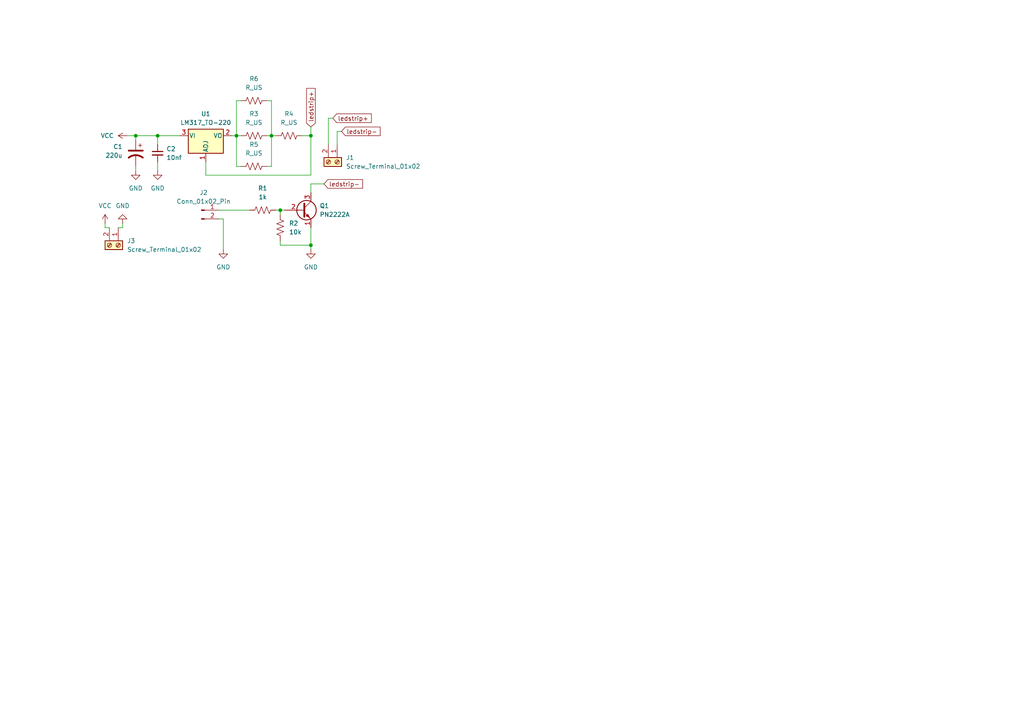
<source format=kicad_sch>
(kicad_sch
	(version 20231120)
	(generator "eeschema")
	(generator_version "8.0")
	(uuid "d902ea88-102d-40a4-974f-6238ad6babcc")
	(paper "A4")
	(title_block
		(title "GrowLightDriver")
		(date "2024-10-02")
		(rev "ver 0.0.0")
		(company "Libre cultivo")
		(comment 1 "Guajolote de Jocotepec")
		(comment 2 "Adrián Silva Palafox")
	)
	(lib_symbols
		(symbol "Connector:Conn_01x02_Pin"
			(pin_names
				(offset 1.016) hide)
			(exclude_from_sim no)
			(in_bom yes)
			(on_board yes)
			(property "Reference" "J"
				(at 0 2.54 0)
				(effects
					(font
						(size 1.27 1.27)
					)
				)
			)
			(property "Value" "Conn_01x02_Pin"
				(at 0 -5.08 0)
				(effects
					(font
						(size 1.27 1.27)
					)
				)
			)
			(property "Footprint" ""
				(at 0 0 0)
				(effects
					(font
						(size 1.27 1.27)
					)
					(hide yes)
				)
			)
			(property "Datasheet" "~"
				(at 0 0 0)
				(effects
					(font
						(size 1.27 1.27)
					)
					(hide yes)
				)
			)
			(property "Description" "Generic connector, single row, 01x02, script generated"
				(at 0 0 0)
				(effects
					(font
						(size 1.27 1.27)
					)
					(hide yes)
				)
			)
			(property "ki_locked" ""
				(at 0 0 0)
				(effects
					(font
						(size 1.27 1.27)
					)
				)
			)
			(property "ki_keywords" "connector"
				(at 0 0 0)
				(effects
					(font
						(size 1.27 1.27)
					)
					(hide yes)
				)
			)
			(property "ki_fp_filters" "Connector*:*_1x??_*"
				(at 0 0 0)
				(effects
					(font
						(size 1.27 1.27)
					)
					(hide yes)
				)
			)
			(symbol "Conn_01x02_Pin_1_1"
				(polyline
					(pts
						(xy 1.27 -2.54) (xy 0.8636 -2.54)
					)
					(stroke
						(width 0.1524)
						(type default)
					)
					(fill
						(type none)
					)
				)
				(polyline
					(pts
						(xy 1.27 0) (xy 0.8636 0)
					)
					(stroke
						(width 0.1524)
						(type default)
					)
					(fill
						(type none)
					)
				)
				(rectangle
					(start 0.8636 -2.413)
					(end 0 -2.667)
					(stroke
						(width 0.1524)
						(type default)
					)
					(fill
						(type outline)
					)
				)
				(rectangle
					(start 0.8636 0.127)
					(end 0 -0.127)
					(stroke
						(width 0.1524)
						(type default)
					)
					(fill
						(type outline)
					)
				)
				(pin passive line
					(at 5.08 0 180)
					(length 3.81)
					(name "Pin_1"
						(effects
							(font
								(size 1.27 1.27)
							)
						)
					)
					(number "1"
						(effects
							(font
								(size 1.27 1.27)
							)
						)
					)
				)
				(pin passive line
					(at 5.08 -2.54 180)
					(length 3.81)
					(name "Pin_2"
						(effects
							(font
								(size 1.27 1.27)
							)
						)
					)
					(number "2"
						(effects
							(font
								(size 1.27 1.27)
							)
						)
					)
				)
			)
		)
		(symbol "Connector:Screw_Terminal_01x02"
			(pin_names
				(offset 1.016) hide)
			(exclude_from_sim no)
			(in_bom yes)
			(on_board yes)
			(property "Reference" "J"
				(at 0 2.54 0)
				(effects
					(font
						(size 1.27 1.27)
					)
				)
			)
			(property "Value" "Screw_Terminal_01x02"
				(at 0 -5.08 0)
				(effects
					(font
						(size 1.27 1.27)
					)
				)
			)
			(property "Footprint" ""
				(at 0 0 0)
				(effects
					(font
						(size 1.27 1.27)
					)
					(hide yes)
				)
			)
			(property "Datasheet" "~"
				(at 0 0 0)
				(effects
					(font
						(size 1.27 1.27)
					)
					(hide yes)
				)
			)
			(property "Description" "Generic screw terminal, single row, 01x02, script generated (kicad-library-utils/schlib/autogen/connector/)"
				(at 0 0 0)
				(effects
					(font
						(size 1.27 1.27)
					)
					(hide yes)
				)
			)
			(property "ki_keywords" "screw terminal"
				(at 0 0 0)
				(effects
					(font
						(size 1.27 1.27)
					)
					(hide yes)
				)
			)
			(property "ki_fp_filters" "TerminalBlock*:*"
				(at 0 0 0)
				(effects
					(font
						(size 1.27 1.27)
					)
					(hide yes)
				)
			)
			(symbol "Screw_Terminal_01x02_1_1"
				(rectangle
					(start -1.27 1.27)
					(end 1.27 -3.81)
					(stroke
						(width 0.254)
						(type default)
					)
					(fill
						(type background)
					)
				)
				(circle
					(center 0 -2.54)
					(radius 0.635)
					(stroke
						(width 0.1524)
						(type default)
					)
					(fill
						(type none)
					)
				)
				(polyline
					(pts
						(xy -0.5334 -2.2098) (xy 0.3302 -3.048)
					)
					(stroke
						(width 0.1524)
						(type default)
					)
					(fill
						(type none)
					)
				)
				(polyline
					(pts
						(xy -0.5334 0.3302) (xy 0.3302 -0.508)
					)
					(stroke
						(width 0.1524)
						(type default)
					)
					(fill
						(type none)
					)
				)
				(polyline
					(pts
						(xy -0.3556 -2.032) (xy 0.508 -2.8702)
					)
					(stroke
						(width 0.1524)
						(type default)
					)
					(fill
						(type none)
					)
				)
				(polyline
					(pts
						(xy -0.3556 0.508) (xy 0.508 -0.3302)
					)
					(stroke
						(width 0.1524)
						(type default)
					)
					(fill
						(type none)
					)
				)
				(circle
					(center 0 0)
					(radius 0.635)
					(stroke
						(width 0.1524)
						(type default)
					)
					(fill
						(type none)
					)
				)
				(pin passive line
					(at -5.08 0 0)
					(length 3.81)
					(name "Pin_1"
						(effects
							(font
								(size 1.27 1.27)
							)
						)
					)
					(number "1"
						(effects
							(font
								(size 1.27 1.27)
							)
						)
					)
				)
				(pin passive line
					(at -5.08 -2.54 0)
					(length 3.81)
					(name "Pin_2"
						(effects
							(font
								(size 1.27 1.27)
							)
						)
					)
					(number "2"
						(effects
							(font
								(size 1.27 1.27)
							)
						)
					)
				)
			)
		)
		(symbol "Device:C_Polarized_US"
			(pin_numbers hide)
			(pin_names
				(offset 0.254) hide)
			(exclude_from_sim no)
			(in_bom yes)
			(on_board yes)
			(property "Reference" "C"
				(at 0.635 2.54 0)
				(effects
					(font
						(size 1.27 1.27)
					)
					(justify left)
				)
			)
			(property "Value" "C_Polarized_US"
				(at 0.635 -2.54 0)
				(effects
					(font
						(size 1.27 1.27)
					)
					(justify left)
				)
			)
			(property "Footprint" ""
				(at 0 0 0)
				(effects
					(font
						(size 1.27 1.27)
					)
					(hide yes)
				)
			)
			(property "Datasheet" "~"
				(at 0 0 0)
				(effects
					(font
						(size 1.27 1.27)
					)
					(hide yes)
				)
			)
			(property "Description" "Polarized capacitor, US symbol"
				(at 0 0 0)
				(effects
					(font
						(size 1.27 1.27)
					)
					(hide yes)
				)
			)
			(property "ki_keywords" "cap capacitor"
				(at 0 0 0)
				(effects
					(font
						(size 1.27 1.27)
					)
					(hide yes)
				)
			)
			(property "ki_fp_filters" "CP_*"
				(at 0 0 0)
				(effects
					(font
						(size 1.27 1.27)
					)
					(hide yes)
				)
			)
			(symbol "C_Polarized_US_0_1"
				(polyline
					(pts
						(xy -2.032 0.762) (xy 2.032 0.762)
					)
					(stroke
						(width 0.508)
						(type default)
					)
					(fill
						(type none)
					)
				)
				(polyline
					(pts
						(xy -1.778 2.286) (xy -0.762 2.286)
					)
					(stroke
						(width 0)
						(type default)
					)
					(fill
						(type none)
					)
				)
				(polyline
					(pts
						(xy -1.27 1.778) (xy -1.27 2.794)
					)
					(stroke
						(width 0)
						(type default)
					)
					(fill
						(type none)
					)
				)
				(arc
					(start 2.032 -1.27)
					(mid 0 -0.5572)
					(end -2.032 -1.27)
					(stroke
						(width 0.508)
						(type default)
					)
					(fill
						(type none)
					)
				)
			)
			(symbol "C_Polarized_US_1_1"
				(pin passive line
					(at 0 3.81 270)
					(length 2.794)
					(name "~"
						(effects
							(font
								(size 1.27 1.27)
							)
						)
					)
					(number "1"
						(effects
							(font
								(size 1.27 1.27)
							)
						)
					)
				)
				(pin passive line
					(at 0 -3.81 90)
					(length 3.302)
					(name "~"
						(effects
							(font
								(size 1.27 1.27)
							)
						)
					)
					(number "2"
						(effects
							(font
								(size 1.27 1.27)
							)
						)
					)
				)
			)
		)
		(symbol "Device:C_Small"
			(pin_numbers hide)
			(pin_names
				(offset 0.254) hide)
			(exclude_from_sim no)
			(in_bom yes)
			(on_board yes)
			(property "Reference" "C"
				(at 0.254 1.778 0)
				(effects
					(font
						(size 1.27 1.27)
					)
					(justify left)
				)
			)
			(property "Value" "C_Small"
				(at 0.254 -2.032 0)
				(effects
					(font
						(size 1.27 1.27)
					)
					(justify left)
				)
			)
			(property "Footprint" ""
				(at 0 0 0)
				(effects
					(font
						(size 1.27 1.27)
					)
					(hide yes)
				)
			)
			(property "Datasheet" "~"
				(at 0 0 0)
				(effects
					(font
						(size 1.27 1.27)
					)
					(hide yes)
				)
			)
			(property "Description" "Unpolarized capacitor, small symbol"
				(at 0 0 0)
				(effects
					(font
						(size 1.27 1.27)
					)
					(hide yes)
				)
			)
			(property "ki_keywords" "capacitor cap"
				(at 0 0 0)
				(effects
					(font
						(size 1.27 1.27)
					)
					(hide yes)
				)
			)
			(property "ki_fp_filters" "C_*"
				(at 0 0 0)
				(effects
					(font
						(size 1.27 1.27)
					)
					(hide yes)
				)
			)
			(symbol "C_Small_0_1"
				(polyline
					(pts
						(xy -1.524 -0.508) (xy 1.524 -0.508)
					)
					(stroke
						(width 0.3302)
						(type default)
					)
					(fill
						(type none)
					)
				)
				(polyline
					(pts
						(xy -1.524 0.508) (xy 1.524 0.508)
					)
					(stroke
						(width 0.3048)
						(type default)
					)
					(fill
						(type none)
					)
				)
			)
			(symbol "C_Small_1_1"
				(pin passive line
					(at 0 2.54 270)
					(length 2.032)
					(name "~"
						(effects
							(font
								(size 1.27 1.27)
							)
						)
					)
					(number "1"
						(effects
							(font
								(size 1.27 1.27)
							)
						)
					)
				)
				(pin passive line
					(at 0 -2.54 90)
					(length 2.032)
					(name "~"
						(effects
							(font
								(size 1.27 1.27)
							)
						)
					)
					(number "2"
						(effects
							(font
								(size 1.27 1.27)
							)
						)
					)
				)
			)
		)
		(symbol "Device:R_US"
			(pin_numbers hide)
			(pin_names
				(offset 0)
			)
			(exclude_from_sim no)
			(in_bom yes)
			(on_board yes)
			(property "Reference" "R"
				(at 2.54 0 90)
				(effects
					(font
						(size 1.27 1.27)
					)
				)
			)
			(property "Value" "R_US"
				(at -2.54 0 90)
				(effects
					(font
						(size 1.27 1.27)
					)
				)
			)
			(property "Footprint" ""
				(at 1.016 -0.254 90)
				(effects
					(font
						(size 1.27 1.27)
					)
					(hide yes)
				)
			)
			(property "Datasheet" "~"
				(at 0 0 0)
				(effects
					(font
						(size 1.27 1.27)
					)
					(hide yes)
				)
			)
			(property "Description" "Resistor, US symbol"
				(at 0 0 0)
				(effects
					(font
						(size 1.27 1.27)
					)
					(hide yes)
				)
			)
			(property "ki_keywords" "R res resistor"
				(at 0 0 0)
				(effects
					(font
						(size 1.27 1.27)
					)
					(hide yes)
				)
			)
			(property "ki_fp_filters" "R_*"
				(at 0 0 0)
				(effects
					(font
						(size 1.27 1.27)
					)
					(hide yes)
				)
			)
			(symbol "R_US_0_1"
				(polyline
					(pts
						(xy 0 -2.286) (xy 0 -2.54)
					)
					(stroke
						(width 0)
						(type default)
					)
					(fill
						(type none)
					)
				)
				(polyline
					(pts
						(xy 0 2.286) (xy 0 2.54)
					)
					(stroke
						(width 0)
						(type default)
					)
					(fill
						(type none)
					)
				)
				(polyline
					(pts
						(xy 0 -0.762) (xy 1.016 -1.143) (xy 0 -1.524) (xy -1.016 -1.905) (xy 0 -2.286)
					)
					(stroke
						(width 0)
						(type default)
					)
					(fill
						(type none)
					)
				)
				(polyline
					(pts
						(xy 0 0.762) (xy 1.016 0.381) (xy 0 0) (xy -1.016 -0.381) (xy 0 -0.762)
					)
					(stroke
						(width 0)
						(type default)
					)
					(fill
						(type none)
					)
				)
				(polyline
					(pts
						(xy 0 2.286) (xy 1.016 1.905) (xy 0 1.524) (xy -1.016 1.143) (xy 0 0.762)
					)
					(stroke
						(width 0)
						(type default)
					)
					(fill
						(type none)
					)
				)
			)
			(symbol "R_US_1_1"
				(pin passive line
					(at 0 3.81 270)
					(length 1.27)
					(name "~"
						(effects
							(font
								(size 1.27 1.27)
							)
						)
					)
					(number "1"
						(effects
							(font
								(size 1.27 1.27)
							)
						)
					)
				)
				(pin passive line
					(at 0 -3.81 90)
					(length 1.27)
					(name "~"
						(effects
							(font
								(size 1.27 1.27)
							)
						)
					)
					(number "2"
						(effects
							(font
								(size 1.27 1.27)
							)
						)
					)
				)
			)
		)
		(symbol "Regulator_Linear:LM317_TO-220"
			(pin_names
				(offset 0.254)
			)
			(exclude_from_sim no)
			(in_bom yes)
			(on_board yes)
			(property "Reference" "U"
				(at -3.81 3.175 0)
				(effects
					(font
						(size 1.27 1.27)
					)
				)
			)
			(property "Value" "LM317_TO-220"
				(at 0 3.175 0)
				(effects
					(font
						(size 1.27 1.27)
					)
					(justify left)
				)
			)
			(property "Footprint" "Package_TO_SOT_THT:TO-220-3_Vertical"
				(at 0 6.35 0)
				(effects
					(font
						(size 1.27 1.27)
						(italic yes)
					)
					(hide yes)
				)
			)
			(property "Datasheet" "http://www.ti.com/lit/ds/symlink/lm317.pdf"
				(at 0 0 0)
				(effects
					(font
						(size 1.27 1.27)
					)
					(hide yes)
				)
			)
			(property "Description" "1.5A 35V Adjustable Linear Regulator, TO-220"
				(at 0 0 0)
				(effects
					(font
						(size 1.27 1.27)
					)
					(hide yes)
				)
			)
			(property "ki_keywords" "Adjustable Voltage Regulator 1A Positive"
				(at 0 0 0)
				(effects
					(font
						(size 1.27 1.27)
					)
					(hide yes)
				)
			)
			(property "ki_fp_filters" "TO?220*"
				(at 0 0 0)
				(effects
					(font
						(size 1.27 1.27)
					)
					(hide yes)
				)
			)
			(symbol "LM317_TO-220_0_1"
				(rectangle
					(start -5.08 1.905)
					(end 5.08 -5.08)
					(stroke
						(width 0.254)
						(type default)
					)
					(fill
						(type background)
					)
				)
			)
			(symbol "LM317_TO-220_1_1"
				(pin input line
					(at 0 -7.62 90)
					(length 2.54)
					(name "ADJ"
						(effects
							(font
								(size 1.27 1.27)
							)
						)
					)
					(number "1"
						(effects
							(font
								(size 1.27 1.27)
							)
						)
					)
				)
				(pin power_out line
					(at 7.62 0 180)
					(length 2.54)
					(name "VO"
						(effects
							(font
								(size 1.27 1.27)
							)
						)
					)
					(number "2"
						(effects
							(font
								(size 1.27 1.27)
							)
						)
					)
				)
				(pin power_in line
					(at -7.62 0 0)
					(length 2.54)
					(name "VI"
						(effects
							(font
								(size 1.27 1.27)
							)
						)
					)
					(number "3"
						(effects
							(font
								(size 1.27 1.27)
							)
						)
					)
				)
			)
		)
		(symbol "Transistor_BJT:PN2222A"
			(pin_names
				(offset 0) hide)
			(exclude_from_sim no)
			(in_bom yes)
			(on_board yes)
			(property "Reference" "Q"
				(at 5.08 1.905 0)
				(effects
					(font
						(size 1.27 1.27)
					)
					(justify left)
				)
			)
			(property "Value" "PN2222A"
				(at 5.08 0 0)
				(effects
					(font
						(size 1.27 1.27)
					)
					(justify left)
				)
			)
			(property "Footprint" "Package_TO_SOT_THT:TO-92_Inline"
				(at 5.08 -1.905 0)
				(effects
					(font
						(size 1.27 1.27)
						(italic yes)
					)
					(justify left)
					(hide yes)
				)
			)
			(property "Datasheet" "https://www.onsemi.com/pub/Collateral/PN2222-D.PDF"
				(at 0 0 0)
				(effects
					(font
						(size 1.27 1.27)
					)
					(justify left)
					(hide yes)
				)
			)
			(property "Description" "1A Ic, 40V Vce, NPN Transistor, General Purpose Transistor, TO-92"
				(at 0 0 0)
				(effects
					(font
						(size 1.27 1.27)
					)
					(hide yes)
				)
			)
			(property "ki_keywords" "NPN Transistor"
				(at 0 0 0)
				(effects
					(font
						(size 1.27 1.27)
					)
					(hide yes)
				)
			)
			(property "ki_fp_filters" "TO?92*"
				(at 0 0 0)
				(effects
					(font
						(size 1.27 1.27)
					)
					(hide yes)
				)
			)
			(symbol "PN2222A_0_1"
				(polyline
					(pts
						(xy 0 0) (xy 0.635 0)
					)
					(stroke
						(width 0)
						(type default)
					)
					(fill
						(type none)
					)
				)
				(polyline
					(pts
						(xy 2.54 -2.54) (xy 0.635 -0.635)
					)
					(stroke
						(width 0)
						(type default)
					)
					(fill
						(type none)
					)
				)
				(polyline
					(pts
						(xy 2.54 2.54) (xy 0.635 0.635)
					)
					(stroke
						(width 0)
						(type default)
					)
					(fill
						(type none)
					)
				)
				(polyline
					(pts
						(xy 0.635 1.905) (xy 0.635 -1.905) (xy 0.635 -1.905)
					)
					(stroke
						(width 0.508)
						(type default)
					)
					(fill
						(type none)
					)
				)
				(polyline
					(pts
						(xy 2.413 -2.413) (xy 1.905 -1.905) (xy 1.905 -1.905)
					)
					(stroke
						(width 0)
						(type default)
					)
					(fill
						(type none)
					)
				)
				(polyline
					(pts
						(xy 1.143 -1.651) (xy 1.651 -1.143) (xy 2.159 -2.159) (xy 1.143 -1.651) (xy 1.143 -1.651)
					)
					(stroke
						(width 0)
						(type default)
					)
					(fill
						(type outline)
					)
				)
				(circle
					(center 1.27 0)
					(radius 2.8194)
					(stroke
						(width 0.254)
						(type default)
					)
					(fill
						(type none)
					)
				)
			)
			(symbol "PN2222A_1_1"
				(pin passive line
					(at 2.54 -5.08 90)
					(length 2.54)
					(name "E"
						(effects
							(font
								(size 1.27 1.27)
							)
						)
					)
					(number "1"
						(effects
							(font
								(size 1.27 1.27)
							)
						)
					)
				)
				(pin input line
					(at -5.08 0 0)
					(length 5.08)
					(name "B"
						(effects
							(font
								(size 1.27 1.27)
							)
						)
					)
					(number "2"
						(effects
							(font
								(size 1.27 1.27)
							)
						)
					)
				)
				(pin passive line
					(at 2.54 5.08 270)
					(length 2.54)
					(name "C"
						(effects
							(font
								(size 1.27 1.27)
							)
						)
					)
					(number "3"
						(effects
							(font
								(size 1.27 1.27)
							)
						)
					)
				)
			)
		)
		(symbol "power:GND"
			(power)
			(pin_numbers hide)
			(pin_names
				(offset 0) hide)
			(exclude_from_sim no)
			(in_bom yes)
			(on_board yes)
			(property "Reference" "#PWR"
				(at 0 -6.35 0)
				(effects
					(font
						(size 1.27 1.27)
					)
					(hide yes)
				)
			)
			(property "Value" "GND"
				(at 0 -3.81 0)
				(effects
					(font
						(size 1.27 1.27)
					)
				)
			)
			(property "Footprint" ""
				(at 0 0 0)
				(effects
					(font
						(size 1.27 1.27)
					)
					(hide yes)
				)
			)
			(property "Datasheet" ""
				(at 0 0 0)
				(effects
					(font
						(size 1.27 1.27)
					)
					(hide yes)
				)
			)
			(property "Description" "Power symbol creates a global label with name \"GND\" , ground"
				(at 0 0 0)
				(effects
					(font
						(size 1.27 1.27)
					)
					(hide yes)
				)
			)
			(property "ki_keywords" "global power"
				(at 0 0 0)
				(effects
					(font
						(size 1.27 1.27)
					)
					(hide yes)
				)
			)
			(symbol "GND_0_1"
				(polyline
					(pts
						(xy 0 0) (xy 0 -1.27) (xy 1.27 -1.27) (xy 0 -2.54) (xy -1.27 -1.27) (xy 0 -1.27)
					)
					(stroke
						(width 0)
						(type default)
					)
					(fill
						(type none)
					)
				)
			)
			(symbol "GND_1_1"
				(pin power_in line
					(at 0 0 270)
					(length 0)
					(name "~"
						(effects
							(font
								(size 1.27 1.27)
							)
						)
					)
					(number "1"
						(effects
							(font
								(size 1.27 1.27)
							)
						)
					)
				)
			)
		)
		(symbol "power:VCC"
			(power)
			(pin_numbers hide)
			(pin_names
				(offset 0) hide)
			(exclude_from_sim no)
			(in_bom yes)
			(on_board yes)
			(property "Reference" "#PWR"
				(at 0 -3.81 0)
				(effects
					(font
						(size 1.27 1.27)
					)
					(hide yes)
				)
			)
			(property "Value" "VCC"
				(at 0 3.556 0)
				(effects
					(font
						(size 1.27 1.27)
					)
				)
			)
			(property "Footprint" ""
				(at 0 0 0)
				(effects
					(font
						(size 1.27 1.27)
					)
					(hide yes)
				)
			)
			(property "Datasheet" ""
				(at 0 0 0)
				(effects
					(font
						(size 1.27 1.27)
					)
					(hide yes)
				)
			)
			(property "Description" "Power symbol creates a global label with name \"VCC\""
				(at 0 0 0)
				(effects
					(font
						(size 1.27 1.27)
					)
					(hide yes)
				)
			)
			(property "ki_keywords" "global power"
				(at 0 0 0)
				(effects
					(font
						(size 1.27 1.27)
					)
					(hide yes)
				)
			)
			(symbol "VCC_0_1"
				(polyline
					(pts
						(xy -0.762 1.27) (xy 0 2.54)
					)
					(stroke
						(width 0)
						(type default)
					)
					(fill
						(type none)
					)
				)
				(polyline
					(pts
						(xy 0 0) (xy 0 2.54)
					)
					(stroke
						(width 0)
						(type default)
					)
					(fill
						(type none)
					)
				)
				(polyline
					(pts
						(xy 0 2.54) (xy 0.762 1.27)
					)
					(stroke
						(width 0)
						(type default)
					)
					(fill
						(type none)
					)
				)
			)
			(symbol "VCC_1_1"
				(pin power_in line
					(at 0 0 90)
					(length 0)
					(name "~"
						(effects
							(font
								(size 1.27 1.27)
							)
						)
					)
					(number "1"
						(effects
							(font
								(size 1.27 1.27)
							)
						)
					)
				)
			)
		)
	)
	(junction
		(at 45.72 39.37)
		(diameter 0)
		(color 0 0 0 0)
		(uuid "73a5cc7b-0784-4e0a-8244-4fa9aa4f9bd8")
	)
	(junction
		(at 90.17 39.37)
		(diameter 0)
		(color 0 0 0 0)
		(uuid "8c17ac35-2efa-4ac8-940b-fea933ea31a2")
	)
	(junction
		(at 68.58 39.37)
		(diameter 0)
		(color 0 0 0 0)
		(uuid "b2ee1ca5-3b3c-454c-b0d6-35f22df42837")
	)
	(junction
		(at 78.74 39.37)
		(diameter 0)
		(color 0 0 0 0)
		(uuid "c4c80643-c4da-4be6-b750-5ae35d35ee54")
	)
	(junction
		(at 39.37 39.37)
		(diameter 0)
		(color 0 0 0 0)
		(uuid "c93c4e9b-fef2-4f63-a7be-9271a30a1413")
	)
	(junction
		(at 81.28 60.96)
		(diameter 0)
		(color 0 0 0 0)
		(uuid "f41f8f9f-3467-4419-b61d-76890cc8e1c1")
	)
	(junction
		(at 90.17 71.12)
		(diameter 0)
		(color 0 0 0 0)
		(uuid "fab8899c-2712-4a85-8c14-55edbd2568c7")
	)
	(wire
		(pts
			(xy 31.75 66.04) (xy 30.48 66.04)
		)
		(stroke
			(width 0)
			(type default)
		)
		(uuid "040dafbf-7b8c-4926-b49e-287f5cd20f27")
	)
	(wire
		(pts
			(xy 64.77 63.5) (xy 64.77 72.39)
		)
		(stroke
			(width 0)
			(type default)
		)
		(uuid "0f4f5715-5ea9-4652-a960-7f910cb071d8")
	)
	(wire
		(pts
			(xy 90.17 71.12) (xy 90.17 72.39)
		)
		(stroke
			(width 0)
			(type default)
		)
		(uuid "1351cb4d-1919-4713-a54c-507942533cf2")
	)
	(wire
		(pts
			(xy 90.17 36.83) (xy 90.17 39.37)
		)
		(stroke
			(width 0)
			(type default)
		)
		(uuid "1d263dda-d5f7-4c1c-a4d7-3d333f73d002")
	)
	(wire
		(pts
			(xy 90.17 55.88) (xy 90.17 53.34)
		)
		(stroke
			(width 0)
			(type default)
		)
		(uuid "20cd8bce-b608-498c-939f-a6f900b456eb")
	)
	(wire
		(pts
			(xy 81.28 69.85) (xy 81.28 71.12)
		)
		(stroke
			(width 0)
			(type default)
		)
		(uuid "20f6c185-383c-4bc1-9bcb-1e14813deb4e")
	)
	(wire
		(pts
			(xy 95.25 34.29) (xy 95.25 41.91)
		)
		(stroke
			(width 0)
			(type default)
		)
		(uuid "2103341c-d9f9-46e7-8230-1eb44e0659f0")
	)
	(wire
		(pts
			(xy 96.52 34.29) (xy 95.25 34.29)
		)
		(stroke
			(width 0)
			(type default)
		)
		(uuid "262a4717-1da3-483b-9bb9-89950389f597")
	)
	(wire
		(pts
			(xy 30.48 66.04) (xy 30.48 64.77)
		)
		(stroke
			(width 0)
			(type default)
		)
		(uuid "32f5d1fb-911e-4a34-b744-17345d7ef75f")
	)
	(wire
		(pts
			(xy 39.37 48.26) (xy 39.37 49.53)
		)
		(stroke
			(width 0)
			(type default)
		)
		(uuid "40ac1718-f9b9-449b-9c70-6218ca634d62")
	)
	(wire
		(pts
			(xy 90.17 71.12) (xy 81.28 71.12)
		)
		(stroke
			(width 0)
			(type default)
		)
		(uuid "43cab5a5-4da1-4f01-bcb1-f1ba0232ca50")
	)
	(wire
		(pts
			(xy 68.58 48.26) (xy 68.58 39.37)
		)
		(stroke
			(width 0)
			(type default)
		)
		(uuid "44a661d6-bd73-47cd-a4e9-dad93e42141f")
	)
	(wire
		(pts
			(xy 68.58 39.37) (xy 69.85 39.37)
		)
		(stroke
			(width 0)
			(type default)
		)
		(uuid "45f23297-d449-42f5-914d-a930cc0f7137")
	)
	(wire
		(pts
			(xy 90.17 39.37) (xy 87.63 39.37)
		)
		(stroke
			(width 0)
			(type default)
		)
		(uuid "46424114-cce0-4b75-b806-e37bed3ad668")
	)
	(wire
		(pts
			(xy 63.5 60.96) (xy 72.39 60.96)
		)
		(stroke
			(width 0)
			(type default)
		)
		(uuid "494066cd-f9e6-45f9-ae78-38b8ca583720")
	)
	(wire
		(pts
			(xy 97.79 41.91) (xy 97.79 38.1)
		)
		(stroke
			(width 0)
			(type default)
		)
		(uuid "4a56b641-dc4f-4263-94ec-51134c20cd0c")
	)
	(wire
		(pts
			(xy 45.72 39.37) (xy 45.72 41.91)
		)
		(stroke
			(width 0)
			(type default)
		)
		(uuid "4f7ff34b-b1ff-41df-9804-63df5dcd881a")
	)
	(wire
		(pts
			(xy 45.72 46.99) (xy 45.72 49.53)
		)
		(stroke
			(width 0)
			(type default)
		)
		(uuid "507f9d51-a02d-4611-a28f-b30439b612ce")
	)
	(wire
		(pts
			(xy 67.31 39.37) (xy 68.58 39.37)
		)
		(stroke
			(width 0)
			(type default)
		)
		(uuid "51b5f495-c6f2-4a10-8db5-8e1eed36f293")
	)
	(wire
		(pts
			(xy 77.47 48.26) (xy 78.74 48.26)
		)
		(stroke
			(width 0)
			(type default)
		)
		(uuid "55561d29-858b-4a45-b4ed-f95dfe9a7701")
	)
	(wire
		(pts
			(xy 68.58 29.21) (xy 68.58 39.37)
		)
		(stroke
			(width 0)
			(type default)
		)
		(uuid "5fdf91fd-327d-4744-a457-9ccad36d54ba")
	)
	(wire
		(pts
			(xy 39.37 40.64) (xy 39.37 39.37)
		)
		(stroke
			(width 0)
			(type default)
		)
		(uuid "611202fb-72d3-43ae-afc5-140b5bc8081a")
	)
	(wire
		(pts
			(xy 90.17 66.04) (xy 90.17 71.12)
		)
		(stroke
			(width 0)
			(type default)
		)
		(uuid "6242abf7-9914-4f35-a7eb-79a5581d0319")
	)
	(wire
		(pts
			(xy 39.37 39.37) (xy 45.72 39.37)
		)
		(stroke
			(width 0)
			(type default)
		)
		(uuid "64986687-6691-4614-a0bd-b68847792563")
	)
	(wire
		(pts
			(xy 45.72 39.37) (xy 52.07 39.37)
		)
		(stroke
			(width 0)
			(type default)
		)
		(uuid "659c271c-9b78-416e-9254-81cf45cda009")
	)
	(wire
		(pts
			(xy 36.83 39.37) (xy 39.37 39.37)
		)
		(stroke
			(width 0)
			(type default)
		)
		(uuid "69a8c459-65d0-4d10-b8c7-5a8265991550")
	)
	(wire
		(pts
			(xy 80.01 60.96) (xy 81.28 60.96)
		)
		(stroke
			(width 0)
			(type default)
		)
		(uuid "6ee29083-6721-4bba-a55a-3f2ba84d5fb8")
	)
	(wire
		(pts
			(xy 77.47 39.37) (xy 78.74 39.37)
		)
		(stroke
			(width 0)
			(type default)
		)
		(uuid "6f0341d6-76db-4b6e-830a-e716798fb7fe")
	)
	(wire
		(pts
			(xy 78.74 29.21) (xy 78.74 39.37)
		)
		(stroke
			(width 0)
			(type default)
		)
		(uuid "6f73a2f0-fce1-4698-840c-56c049641440")
	)
	(wire
		(pts
			(xy 77.47 29.21) (xy 78.74 29.21)
		)
		(stroke
			(width 0)
			(type default)
		)
		(uuid "8dc8ba91-b25f-43d2-a532-afb7ea5320b5")
	)
	(wire
		(pts
			(xy 59.69 50.8) (xy 90.17 50.8)
		)
		(stroke
			(width 0)
			(type default)
		)
		(uuid "928bd1e7-ce57-4b66-ad44-d4f30b48f1a7")
	)
	(wire
		(pts
			(xy 97.79 38.1) (xy 99.06 38.1)
		)
		(stroke
			(width 0)
			(type default)
		)
		(uuid "931d6b74-f1d6-4f93-8efc-099f6a7f51f0")
	)
	(wire
		(pts
			(xy 69.85 29.21) (xy 68.58 29.21)
		)
		(stroke
			(width 0)
			(type default)
		)
		(uuid "a8ca0057-b690-4cd9-a41a-3a9973708837")
	)
	(wire
		(pts
			(xy 78.74 39.37) (xy 78.74 48.26)
		)
		(stroke
			(width 0)
			(type default)
		)
		(uuid "ae085e4a-a8c6-4b97-a246-919ed07862f7")
	)
	(wire
		(pts
			(xy 59.69 46.99) (xy 59.69 50.8)
		)
		(stroke
			(width 0)
			(type default)
		)
		(uuid "aeba30eb-4aa8-4e13-8f28-b2be844229bf")
	)
	(wire
		(pts
			(xy 69.85 48.26) (xy 68.58 48.26)
		)
		(stroke
			(width 0)
			(type default)
		)
		(uuid "b8eace55-365f-47a8-9bfb-635019e4d5a8")
	)
	(wire
		(pts
			(xy 90.17 53.34) (xy 93.98 53.34)
		)
		(stroke
			(width 0)
			(type default)
		)
		(uuid "c37bffde-d1f5-4d94-9e36-0a4d2d8e7563")
	)
	(wire
		(pts
			(xy 63.5 63.5) (xy 64.77 63.5)
		)
		(stroke
			(width 0)
			(type default)
		)
		(uuid "cbbe14f8-7e3c-4716-baf6-eead0804e0e7")
	)
	(wire
		(pts
			(xy 78.74 39.37) (xy 80.01 39.37)
		)
		(stroke
			(width 0)
			(type default)
		)
		(uuid "d6fb36ec-8afc-4d29-ac26-23ec9c18d5f4")
	)
	(wire
		(pts
			(xy 34.29 66.04) (xy 35.56 66.04)
		)
		(stroke
			(width 0)
			(type default)
		)
		(uuid "e17ca760-2639-4660-84ee-f9012bbcb668")
	)
	(wire
		(pts
			(xy 81.28 60.96) (xy 81.28 62.23)
		)
		(stroke
			(width 0)
			(type default)
		)
		(uuid "e3792ef5-ff7f-4c16-9195-ace3aba16fb2")
	)
	(wire
		(pts
			(xy 90.17 50.8) (xy 90.17 39.37)
		)
		(stroke
			(width 0)
			(type default)
		)
		(uuid "ea198dcf-a98b-4615-b107-68998f6405c0")
	)
	(wire
		(pts
			(xy 81.28 60.96) (xy 82.55 60.96)
		)
		(stroke
			(width 0)
			(type default)
		)
		(uuid "efbbffe8-917e-4435-a7e1-52973acceb25")
	)
	(wire
		(pts
			(xy 35.56 66.04) (xy 35.56 64.77)
		)
		(stroke
			(width 0)
			(type default)
		)
		(uuid "f460a35d-e8b6-4b61-811d-8aeb0f2b94bf")
	)
	(global_label "ledstrip+"
		(shape input)
		(at 96.52 34.29 0)
		(fields_autoplaced yes)
		(effects
			(font
				(size 1.27 1.27)
			)
			(justify left)
		)
		(uuid "04d11f94-ec18-4085-97d7-1230ed3a105e")
		(property "Intersheetrefs" "${INTERSHEET_REFS}"
			(at 108.2742 34.29 0)
			(effects
				(font
					(size 1.27 1.27)
				)
				(justify left)
				(hide yes)
			)
		)
	)
	(global_label "ledstrip+"
		(shape input)
		(at 90.17 36.83 90)
		(fields_autoplaced yes)
		(effects
			(font
				(size 1.27 1.27)
			)
			(justify left)
		)
		(uuid "23613b4b-0631-40f2-b17c-69ab8273251b")
		(property "Intersheetrefs" "${INTERSHEET_REFS}"
			(at 90.17 25.0758 90)
			(effects
				(font
					(size 1.27 1.27)
				)
				(justify left)
				(hide yes)
			)
		)
	)
	(global_label "ledstrip-"
		(shape input)
		(at 99.06 38.1 0)
		(fields_autoplaced yes)
		(effects
			(font
				(size 1.27 1.27)
			)
			(justify left)
		)
		(uuid "a11fe6dd-11d6-4a8d-a27a-a9576741cf4f")
		(property "Intersheetrefs" "${INTERSHEET_REFS}"
			(at 110.8142 38.1 0)
			(effects
				(font
					(size 1.27 1.27)
				)
				(justify left)
				(hide yes)
			)
		)
	)
	(global_label "ledstrip-"
		(shape input)
		(at 93.98 53.34 0)
		(fields_autoplaced yes)
		(effects
			(font
				(size 1.27 1.27)
			)
			(justify left)
		)
		(uuid "a1558f12-7236-4826-9c1b-cf4d85aefb33")
		(property "Intersheetrefs" "${INTERSHEET_REFS}"
			(at 105.7342 53.34 0)
			(effects
				(font
					(size 1.27 1.27)
				)
				(justify left)
				(hide yes)
			)
		)
	)
	(symbol
		(lib_id "power:GND")
		(at 35.56 64.77 180)
		(unit 1)
		(exclude_from_sim no)
		(in_bom yes)
		(on_board yes)
		(dnp no)
		(fields_autoplaced yes)
		(uuid "0ac388d8-f3c0-46b5-bed3-25d85afc61b4")
		(property "Reference" "#PWR07"
			(at 35.56 58.42 0)
			(effects
				(font
					(size 1.27 1.27)
				)
				(hide yes)
			)
		)
		(property "Value" "GND"
			(at 35.56 59.69 0)
			(effects
				(font
					(size 1.27 1.27)
				)
			)
		)
		(property "Footprint" ""
			(at 35.56 64.77 0)
			(effects
				(font
					(size 1.27 1.27)
				)
				(hide yes)
			)
		)
		(property "Datasheet" ""
			(at 35.56 64.77 0)
			(effects
				(font
					(size 1.27 1.27)
				)
				(hide yes)
			)
		)
		(property "Description" "Power symbol creates a global label with name \"GND\" , ground"
			(at 35.56 64.77 0)
			(effects
				(font
					(size 1.27 1.27)
				)
				(hide yes)
			)
		)
		(pin "1"
			(uuid "6551eef8-41f3-45fa-803a-5364e6fdab7e")
		)
		(instances
			(project "DriverLeds"
				(path "/d902ea88-102d-40a4-974f-6238ad6babcc"
					(reference "#PWR07")
					(unit 1)
				)
			)
		)
	)
	(symbol
		(lib_id "power:GND")
		(at 39.37 49.53 0)
		(unit 1)
		(exclude_from_sim no)
		(in_bom yes)
		(on_board yes)
		(dnp no)
		(fields_autoplaced yes)
		(uuid "158aeaa8-34ff-4b2f-b0ad-f28ef918fb63")
		(property "Reference" "#PWR03"
			(at 39.37 55.88 0)
			(effects
				(font
					(size 1.27 1.27)
				)
				(hide yes)
			)
		)
		(property "Value" "GND"
			(at 39.37 54.61 0)
			(effects
				(font
					(size 1.27 1.27)
				)
			)
		)
		(property "Footprint" ""
			(at 39.37 49.53 0)
			(effects
				(font
					(size 1.27 1.27)
				)
				(hide yes)
			)
		)
		(property "Datasheet" ""
			(at 39.37 49.53 0)
			(effects
				(font
					(size 1.27 1.27)
				)
				(hide yes)
			)
		)
		(property "Description" "Power symbol creates a global label with name \"GND\" , ground"
			(at 39.37 49.53 0)
			(effects
				(font
					(size 1.27 1.27)
				)
				(hide yes)
			)
		)
		(pin "1"
			(uuid "7fcada08-6121-43aa-a4b4-591e896c0e9e")
		)
		(instances
			(project "DriverLeds"
				(path "/d902ea88-102d-40a4-974f-6238ad6babcc"
					(reference "#PWR03")
					(unit 1)
				)
			)
		)
	)
	(symbol
		(lib_id "Device:R_US")
		(at 73.66 39.37 270)
		(unit 1)
		(exclude_from_sim no)
		(in_bom yes)
		(on_board yes)
		(dnp no)
		(fields_autoplaced yes)
		(uuid "1a85461f-9ecc-4217-84e1-a19aaed5d8c9")
		(property "Reference" "R3"
			(at 73.66 33.02 90)
			(effects
				(font
					(size 1.27 1.27)
				)
			)
		)
		(property "Value" "R_US"
			(at 73.66 35.56 90)
			(effects
				(font
					(size 1.27 1.27)
				)
			)
		)
		(property "Footprint" "Resistor_THT:R_Axial_DIN0411_L9.9mm_D3.6mm_P7.62mm_Vertical"
			(at 73.406 40.386 90)
			(effects
				(font
					(size 1.27 1.27)
				)
				(hide yes)
			)
		)
		(property "Datasheet" "~"
			(at 73.66 39.37 0)
			(effects
				(font
					(size 1.27 1.27)
				)
				(hide yes)
			)
		)
		(property "Description" "Resistor, US symbol"
			(at 73.66 39.37 0)
			(effects
				(font
					(size 1.27 1.27)
				)
				(hide yes)
			)
		)
		(pin "1"
			(uuid "f63301a9-2c0a-49a6-9ed5-294a8d24f9fc")
		)
		(pin "2"
			(uuid "da4a7ec2-7b19-41b4-a9e2-6c208487fb67")
		)
		(instances
			(project ""
				(path "/d902ea88-102d-40a4-974f-6238ad6babcc"
					(reference "R3")
					(unit 1)
				)
			)
		)
	)
	(symbol
		(lib_id "Transistor_BJT:PN2222A")
		(at 87.63 60.96 0)
		(unit 1)
		(exclude_from_sim no)
		(in_bom yes)
		(on_board yes)
		(dnp no)
		(fields_autoplaced yes)
		(uuid "4bbcd91c-0ae8-407a-a9d9-8d1cfe3941a0")
		(property "Reference" "Q1"
			(at 92.71 59.6899 0)
			(effects
				(font
					(size 1.27 1.27)
				)
				(justify left)
			)
		)
		(property "Value" "PN2222A"
			(at 92.71 62.2299 0)
			(effects
				(font
					(size 1.27 1.27)
				)
				(justify left)
			)
		)
		(property "Footprint" "Package_TO_SOT_THT:TO-92_Inline"
			(at 92.71 62.865 0)
			(effects
				(font
					(size 1.27 1.27)
					(italic yes)
				)
				(justify left)
				(hide yes)
			)
		)
		(property "Datasheet" "https://www.onsemi.com/pub/Collateral/PN2222-D.PDF"
			(at 87.63 60.96 0)
			(effects
				(font
					(size 1.27 1.27)
				)
				(justify left)
				(hide yes)
			)
		)
		(property "Description" "1A Ic, 40V Vce, NPN Transistor, General Purpose Transistor, TO-92"
			(at 87.63 60.96 0)
			(effects
				(font
					(size 1.27 1.27)
				)
				(hide yes)
			)
		)
		(pin "2"
			(uuid "3df0d11d-4d03-48c2-93a3-fe0da05ba700")
		)
		(pin "1"
			(uuid "3ef73991-5e40-45c3-9e6a-a6431d803f9e")
		)
		(pin "3"
			(uuid "955cec60-5ca8-47af-8a33-1fe3dd3c6fba")
		)
		(instances
			(project ""
				(path "/d902ea88-102d-40a4-974f-6238ad6babcc"
					(reference "Q1")
					(unit 1)
				)
			)
		)
	)
	(symbol
		(lib_id "Connector:Screw_Terminal_01x02")
		(at 97.79 46.99 270)
		(unit 1)
		(exclude_from_sim no)
		(in_bom yes)
		(on_board yes)
		(dnp no)
		(fields_autoplaced yes)
		(uuid "5a42fb5c-3cd3-41a4-963c-824006732057")
		(property "Reference" "J1"
			(at 100.33 45.7199 90)
			(effects
				(font
					(size 1.27 1.27)
				)
				(justify left)
			)
		)
		(property "Value" "Screw_Terminal_01x02"
			(at 100.33 48.2599 90)
			(effects
				(font
					(size 1.27 1.27)
				)
				(justify left)
			)
		)
		(property "Footprint" "TerminalBlock:TerminalBlock_Xinya_XY308-2.54-2P_1x02_P2.54mm_Horizontal"
			(at 97.79 46.99 0)
			(effects
				(font
					(size 1.27 1.27)
				)
				(hide yes)
			)
		)
		(property "Datasheet" "~"
			(at 97.79 46.99 0)
			(effects
				(font
					(size 1.27 1.27)
				)
				(hide yes)
			)
		)
		(property "Description" "Generic screw terminal, single row, 01x02, script generated (kicad-library-utils/schlib/autogen/connector/)"
			(at 97.79 46.99 0)
			(effects
				(font
					(size 1.27 1.27)
				)
				(hide yes)
			)
		)
		(pin "1"
			(uuid "11214632-df9c-4bc1-bbf5-80ebc017d593")
		)
		(pin "2"
			(uuid "23cd874b-a75b-455f-b61a-ed50132c0e43")
		)
		(instances
			(project ""
				(path "/d902ea88-102d-40a4-974f-6238ad6babcc"
					(reference "J1")
					(unit 1)
				)
			)
		)
	)
	(symbol
		(lib_id "Connector:Screw_Terminal_01x02")
		(at 34.29 71.12 270)
		(unit 1)
		(exclude_from_sim no)
		(in_bom yes)
		(on_board yes)
		(dnp no)
		(fields_autoplaced yes)
		(uuid "5e8b378a-acec-4838-9ba2-fabd4a18b924")
		(property "Reference" "J3"
			(at 36.83 69.8499 90)
			(effects
				(font
					(size 1.27 1.27)
				)
				(justify left)
			)
		)
		(property "Value" "Screw_Terminal_01x02"
			(at 36.83 72.3899 90)
			(effects
				(font
					(size 1.27 1.27)
				)
				(justify left)
			)
		)
		(property "Footprint" "TerminalBlock:TerminalBlock_Xinya_XY308-2.54-2P_1x02_P2.54mm_Horizontal"
			(at 34.29 71.12 0)
			(effects
				(font
					(size 1.27 1.27)
				)
				(hide yes)
			)
		)
		(property "Datasheet" "~"
			(at 34.29 71.12 0)
			(effects
				(font
					(size 1.27 1.27)
				)
				(hide yes)
			)
		)
		(property "Description" "Generic screw terminal, single row, 01x02, script generated (kicad-library-utils/schlib/autogen/connector/)"
			(at 34.29 71.12 0)
			(effects
				(font
					(size 1.27 1.27)
				)
				(hide yes)
			)
		)
		(pin "1"
			(uuid "eebe49ab-9b92-47d8-90b9-30035464517d")
		)
		(pin "2"
			(uuid "1ab9c6ed-82e0-4fbf-ac51-0a0ec0e4d289")
		)
		(instances
			(project "DriverLeds"
				(path "/d902ea88-102d-40a4-974f-6238ad6babcc"
					(reference "J3")
					(unit 1)
				)
			)
		)
	)
	(symbol
		(lib_id "Device:R_US")
		(at 81.28 66.04 0)
		(unit 1)
		(exclude_from_sim no)
		(in_bom yes)
		(on_board yes)
		(dnp no)
		(fields_autoplaced yes)
		(uuid "6982df7a-eb4f-41a7-b9ac-272d5589d7bb")
		(property "Reference" "R2"
			(at 83.82 64.7699 0)
			(effects
				(font
					(size 1.27 1.27)
				)
				(justify left)
			)
		)
		(property "Value" "10k"
			(at 83.82 67.3099 0)
			(effects
				(font
					(size 1.27 1.27)
				)
				(justify left)
			)
		)
		(property "Footprint" "Resistor_THT:R_Axial_DIN0207_L6.3mm_D2.5mm_P10.16mm_Horizontal"
			(at 82.296 66.294 90)
			(effects
				(font
					(size 1.27 1.27)
				)
				(hide yes)
			)
		)
		(property "Datasheet" "~"
			(at 81.28 66.04 0)
			(effects
				(font
					(size 1.27 1.27)
				)
				(hide yes)
			)
		)
		(property "Description" "Resistor, US symbol"
			(at 81.28 66.04 0)
			(effects
				(font
					(size 1.27 1.27)
				)
				(hide yes)
			)
		)
		(pin "1"
			(uuid "8f69fe09-fef9-43ab-af01-40920e26fc06")
		)
		(pin "2"
			(uuid "2a9c702c-79d1-4345-88eb-f04f0323c463")
		)
		(instances
			(project "DriverLeds"
				(path "/d902ea88-102d-40a4-974f-6238ad6babcc"
					(reference "R2")
					(unit 1)
				)
			)
		)
	)
	(symbol
		(lib_id "Regulator_Linear:LM317_TO-220")
		(at 59.69 39.37 0)
		(unit 1)
		(exclude_from_sim no)
		(in_bom yes)
		(on_board yes)
		(dnp no)
		(fields_autoplaced yes)
		(uuid "743710ee-4522-4fbd-9ca9-4f36669a829d")
		(property "Reference" "U1"
			(at 59.69 33.02 0)
			(effects
				(font
					(size 1.27 1.27)
				)
			)
		)
		(property "Value" "LM317_TO-220"
			(at 59.69 35.56 0)
			(effects
				(font
					(size 1.27 1.27)
				)
			)
		)
		(property "Footprint" "Package_TO_SOT_THT:TO-220-3_Horizontal_TabDown"
			(at 59.69 33.02 0)
			(effects
				(font
					(size 1.27 1.27)
					(italic yes)
				)
				(hide yes)
			)
		)
		(property "Datasheet" "http://www.ti.com/lit/ds/symlink/lm317.pdf"
			(at 59.69 39.37 0)
			(effects
				(font
					(size 1.27 1.27)
				)
				(hide yes)
			)
		)
		(property "Description" "1.5A 35V Adjustable Linear Regulator, TO-220"
			(at 59.69 39.37 0)
			(effects
				(font
					(size 1.27 1.27)
				)
				(hide yes)
			)
		)
		(pin "1"
			(uuid "cdf33b14-a514-4ecd-8f4f-dc8de2de504d")
		)
		(pin "2"
			(uuid "c5bbd28a-9f57-4ddb-b825-8328c6ffc9e9")
		)
		(pin "3"
			(uuid "3c21df78-8922-421f-85b7-5aae18ad35a6")
		)
		(instances
			(project ""
				(path "/d902ea88-102d-40a4-974f-6238ad6babcc"
					(reference "U1")
					(unit 1)
				)
			)
		)
	)
	(symbol
		(lib_id "power:GND")
		(at 90.17 72.39 0)
		(unit 1)
		(exclude_from_sim no)
		(in_bom yes)
		(on_board yes)
		(dnp no)
		(fields_autoplaced yes)
		(uuid "90781d1a-6be9-4f0f-a272-85449b26a4f4")
		(property "Reference" "#PWR01"
			(at 90.17 78.74 0)
			(effects
				(font
					(size 1.27 1.27)
				)
				(hide yes)
			)
		)
		(property "Value" "GND"
			(at 90.17 77.47 0)
			(effects
				(font
					(size 1.27 1.27)
				)
			)
		)
		(property "Footprint" ""
			(at 90.17 72.39 0)
			(effects
				(font
					(size 1.27 1.27)
				)
				(hide yes)
			)
		)
		(property "Datasheet" ""
			(at 90.17 72.39 0)
			(effects
				(font
					(size 1.27 1.27)
				)
				(hide yes)
			)
		)
		(property "Description" "Power symbol creates a global label with name \"GND\" , ground"
			(at 90.17 72.39 0)
			(effects
				(font
					(size 1.27 1.27)
				)
				(hide yes)
			)
		)
		(pin "1"
			(uuid "d46626a9-8fe3-421d-9b9b-9ad4ec6a5357")
		)
		(instances
			(project ""
				(path "/d902ea88-102d-40a4-974f-6238ad6babcc"
					(reference "#PWR01")
					(unit 1)
				)
			)
		)
	)
	(symbol
		(lib_id "power:GND")
		(at 64.77 72.39 0)
		(unit 1)
		(exclude_from_sim no)
		(in_bom yes)
		(on_board yes)
		(dnp no)
		(fields_autoplaced yes)
		(uuid "960c5e2a-391d-46c7-9e3b-2b5dd5b7141f")
		(property "Reference" "#PWR05"
			(at 64.77 78.74 0)
			(effects
				(font
					(size 1.27 1.27)
				)
				(hide yes)
			)
		)
		(property "Value" "GND"
			(at 64.77 77.47 0)
			(effects
				(font
					(size 1.27 1.27)
				)
			)
		)
		(property "Footprint" ""
			(at 64.77 72.39 0)
			(effects
				(font
					(size 1.27 1.27)
				)
				(hide yes)
			)
		)
		(property "Datasheet" ""
			(at 64.77 72.39 0)
			(effects
				(font
					(size 1.27 1.27)
				)
				(hide yes)
			)
		)
		(property "Description" "Power symbol creates a global label with name \"GND\" , ground"
			(at 64.77 72.39 0)
			(effects
				(font
					(size 1.27 1.27)
				)
				(hide yes)
			)
		)
		(pin "1"
			(uuid "c534404c-248a-4690-bd9d-38e6bc1d76a3")
		)
		(instances
			(project "DriverLeds"
				(path "/d902ea88-102d-40a4-974f-6238ad6babcc"
					(reference "#PWR05")
					(unit 1)
				)
			)
		)
	)
	(symbol
		(lib_id "Device:R_US")
		(at 83.82 39.37 270)
		(unit 1)
		(exclude_from_sim no)
		(in_bom yes)
		(on_board yes)
		(dnp no)
		(fields_autoplaced yes)
		(uuid "a2f3f332-25d4-40f5-897d-db3693521880")
		(property "Reference" "R4"
			(at 83.82 33.02 90)
			(effects
				(font
					(size 1.27 1.27)
				)
			)
		)
		(property "Value" "R_US"
			(at 83.82 35.56 90)
			(effects
				(font
					(size 1.27 1.27)
				)
			)
		)
		(property "Footprint" "Resistor_THT:R_Axial_DIN0411_L9.9mm_D3.6mm_P7.62mm_Vertical"
			(at 83.566 40.386 90)
			(effects
				(font
					(size 1.27 1.27)
				)
				(hide yes)
			)
		)
		(property "Datasheet" "~"
			(at 83.82 39.37 0)
			(effects
				(font
					(size 1.27 1.27)
				)
				(hide yes)
			)
		)
		(property "Description" "Resistor, US symbol"
			(at 83.82 39.37 0)
			(effects
				(font
					(size 1.27 1.27)
				)
				(hide yes)
			)
		)
		(pin "1"
			(uuid "50b531c7-4b07-47ca-b1a6-d9bbe843c9e6")
		)
		(pin "2"
			(uuid "685cc0d5-5757-4329-9e1f-7fdc967fe805")
		)
		(instances
			(project "DriverLeds"
				(path "/d902ea88-102d-40a4-974f-6238ad6babcc"
					(reference "R4")
					(unit 1)
				)
			)
		)
	)
	(symbol
		(lib_id "Connector:Conn_01x02_Pin")
		(at 58.42 60.96 0)
		(unit 1)
		(exclude_from_sim no)
		(in_bom yes)
		(on_board yes)
		(dnp no)
		(fields_autoplaced yes)
		(uuid "a5dddf20-37dd-469e-9b7c-e4d87c2880b6")
		(property "Reference" "J2"
			(at 59.055 55.88 0)
			(effects
				(font
					(size 1.27 1.27)
				)
			)
		)
		(property "Value" "Conn_01x02_Pin"
			(at 59.055 58.42 0)
			(effects
				(font
					(size 1.27 1.27)
				)
			)
		)
		(property "Footprint" "Connector_PinHeader_2.54mm:PinHeader_1x02_P2.54mm_Horizontal"
			(at 58.42 60.96 0)
			(effects
				(font
					(size 1.27 1.27)
				)
				(hide yes)
			)
		)
		(property "Datasheet" "~"
			(at 58.42 60.96 0)
			(effects
				(font
					(size 1.27 1.27)
				)
				(hide yes)
			)
		)
		(property "Description" "Generic connector, single row, 01x02, script generated"
			(at 58.42 60.96 0)
			(effects
				(font
					(size 1.27 1.27)
				)
				(hide yes)
			)
		)
		(pin "1"
			(uuid "178716db-9954-4d39-b79a-748b0d2c6abe")
		)
		(pin "2"
			(uuid "d0f8c24d-506e-4a48-9a09-64028039e51d")
		)
		(instances
			(project ""
				(path "/d902ea88-102d-40a4-974f-6238ad6babcc"
					(reference "J2")
					(unit 1)
				)
			)
		)
	)
	(symbol
		(lib_id "power:VCC")
		(at 30.48 64.77 0)
		(unit 1)
		(exclude_from_sim no)
		(in_bom yes)
		(on_board yes)
		(dnp no)
		(fields_autoplaced yes)
		(uuid "bb373d65-fb5a-449e-a67b-4d7d6083cc14")
		(property "Reference" "#PWR06"
			(at 30.48 68.58 0)
			(effects
				(font
					(size 1.27 1.27)
				)
				(hide yes)
			)
		)
		(property "Value" "VCC"
			(at 30.48 59.69 0)
			(effects
				(font
					(size 1.27 1.27)
				)
			)
		)
		(property "Footprint" ""
			(at 30.48 64.77 0)
			(effects
				(font
					(size 1.27 1.27)
				)
				(hide yes)
			)
		)
		(property "Datasheet" ""
			(at 30.48 64.77 0)
			(effects
				(font
					(size 1.27 1.27)
				)
				(hide yes)
			)
		)
		(property "Description" "Power symbol creates a global label with name \"VCC\""
			(at 30.48 64.77 0)
			(effects
				(font
					(size 1.27 1.27)
				)
				(hide yes)
			)
		)
		(pin "1"
			(uuid "3a651582-810d-4515-b78d-195e87a6cf37")
		)
		(instances
			(project "DriverLeds"
				(path "/d902ea88-102d-40a4-974f-6238ad6babcc"
					(reference "#PWR06")
					(unit 1)
				)
			)
		)
	)
	(symbol
		(lib_id "Device:C_Polarized_US")
		(at 39.37 44.45 0)
		(mirror y)
		(unit 1)
		(exclude_from_sim no)
		(in_bom yes)
		(on_board yes)
		(dnp no)
		(uuid "c009ea4e-f02f-42ab-9030-510039fbfdfb")
		(property "Reference" "C1"
			(at 35.56 42.5449 0)
			(effects
				(font
					(size 1.27 1.27)
				)
				(justify left)
			)
		)
		(property "Value" "220u"
			(at 35.56 45.0849 0)
			(effects
				(font
					(size 1.27 1.27)
				)
				(justify left)
			)
		)
		(property "Footprint" "Capacitor_THT:CP_Radial_D12.5mm_P7.50mm"
			(at 39.37 44.45 0)
			(effects
				(font
					(size 1.27 1.27)
				)
				(hide yes)
			)
		)
		(property "Datasheet" "~"
			(at 39.37 44.45 0)
			(effects
				(font
					(size 1.27 1.27)
				)
				(hide yes)
			)
		)
		(property "Description" "Polarized capacitor, US symbol"
			(at 39.37 44.45 0)
			(effects
				(font
					(size 1.27 1.27)
				)
				(hide yes)
			)
		)
		(pin "1"
			(uuid "1b593df1-51b3-4e63-86b8-addfaec6dbf9")
		)
		(pin "2"
			(uuid "b9f0093b-d9b0-46f5-88eb-11aec0568376")
		)
		(instances
			(project ""
				(path "/d902ea88-102d-40a4-974f-6238ad6babcc"
					(reference "C1")
					(unit 1)
				)
			)
		)
	)
	(symbol
		(lib_id "Device:R_US")
		(at 76.2 60.96 90)
		(unit 1)
		(exclude_from_sim no)
		(in_bom yes)
		(on_board yes)
		(dnp no)
		(fields_autoplaced yes)
		(uuid "c11a44dd-75ed-43bc-85f5-d60fdf9d7d60")
		(property "Reference" "R1"
			(at 76.2 54.61 90)
			(effects
				(font
					(size 1.27 1.27)
				)
			)
		)
		(property "Value" "1k"
			(at 76.2 57.15 90)
			(effects
				(font
					(size 1.27 1.27)
				)
			)
		)
		(property "Footprint" "Resistor_THT:R_Axial_DIN0207_L6.3mm_D2.5mm_P10.16mm_Horizontal"
			(at 76.454 59.944 90)
			(effects
				(font
					(size 1.27 1.27)
				)
				(hide yes)
			)
		)
		(property "Datasheet" "~"
			(at 76.2 60.96 0)
			(effects
				(font
					(size 1.27 1.27)
				)
				(hide yes)
			)
		)
		(property "Description" "Resistor, US symbol"
			(at 76.2 60.96 0)
			(effects
				(font
					(size 1.27 1.27)
				)
				(hide yes)
			)
		)
		(pin "1"
			(uuid "5f1e8dd5-62a5-40b4-bf27-ffb6d2b96b7c")
		)
		(pin "2"
			(uuid "ea3ddcb4-6d07-4e1c-a7de-672082cef595")
		)
		(instances
			(project ""
				(path "/d902ea88-102d-40a4-974f-6238ad6babcc"
					(reference "R1")
					(unit 1)
				)
			)
		)
	)
	(symbol
		(lib_id "power:VCC")
		(at 36.83 39.37 90)
		(unit 1)
		(exclude_from_sim no)
		(in_bom yes)
		(on_board yes)
		(dnp no)
		(fields_autoplaced yes)
		(uuid "cd5afa01-aa30-4a0f-9f78-59bf2da282b6")
		(property "Reference" "#PWR02"
			(at 40.64 39.37 0)
			(effects
				(font
					(size 1.27 1.27)
				)
				(hide yes)
			)
		)
		(property "Value" "VCC"
			(at 33.02 39.3699 90)
			(effects
				(font
					(size 1.27 1.27)
				)
				(justify left)
			)
		)
		(property "Footprint" ""
			(at 36.83 39.37 0)
			(effects
				(font
					(size 1.27 1.27)
				)
				(hide yes)
			)
		)
		(property "Datasheet" ""
			(at 36.83 39.37 0)
			(effects
				(font
					(size 1.27 1.27)
				)
				(hide yes)
			)
		)
		(property "Description" "Power symbol creates a global label with name \"VCC\""
			(at 36.83 39.37 0)
			(effects
				(font
					(size 1.27 1.27)
				)
				(hide yes)
			)
		)
		(pin "1"
			(uuid "13b9ec4e-b1b8-49be-8202-07a1cd748a53")
		)
		(instances
			(project ""
				(path "/d902ea88-102d-40a4-974f-6238ad6babcc"
					(reference "#PWR02")
					(unit 1)
				)
			)
		)
	)
	(symbol
		(lib_id "power:GND")
		(at 45.72 49.53 0)
		(unit 1)
		(exclude_from_sim no)
		(in_bom yes)
		(on_board yes)
		(dnp no)
		(fields_autoplaced yes)
		(uuid "cd6a6d71-28e2-446d-be54-f98e6a13e7c7")
		(property "Reference" "#PWR04"
			(at 45.72 55.88 0)
			(effects
				(font
					(size 1.27 1.27)
				)
				(hide yes)
			)
		)
		(property "Value" "GND"
			(at 45.72 54.61 0)
			(effects
				(font
					(size 1.27 1.27)
				)
			)
		)
		(property "Footprint" ""
			(at 45.72 49.53 0)
			(effects
				(font
					(size 1.27 1.27)
				)
				(hide yes)
			)
		)
		(property "Datasheet" ""
			(at 45.72 49.53 0)
			(effects
				(font
					(size 1.27 1.27)
				)
				(hide yes)
			)
		)
		(property "Description" "Power symbol creates a global label with name \"GND\" , ground"
			(at 45.72 49.53 0)
			(effects
				(font
					(size 1.27 1.27)
				)
				(hide yes)
			)
		)
		(pin "1"
			(uuid "e4f2d2c1-a548-4b3e-b8bd-5929801a4bbc")
		)
		(instances
			(project "DriverLeds"
				(path "/d902ea88-102d-40a4-974f-6238ad6babcc"
					(reference "#PWR04")
					(unit 1)
				)
			)
		)
	)
	(symbol
		(lib_id "Device:R_US")
		(at 73.66 48.26 270)
		(unit 1)
		(exclude_from_sim no)
		(in_bom yes)
		(on_board yes)
		(dnp no)
		(fields_autoplaced yes)
		(uuid "cdbb65b1-001c-4489-a54e-29769717c58b")
		(property "Reference" "R5"
			(at 73.66 41.91 90)
			(effects
				(font
					(size 1.27 1.27)
				)
			)
		)
		(property "Value" "R_US"
			(at 73.66 44.45 90)
			(effects
				(font
					(size 1.27 1.27)
				)
			)
		)
		(property "Footprint" "Resistor_THT:R_Axial_DIN0411_L9.9mm_D3.6mm_P7.62mm_Vertical"
			(at 73.406 49.276 90)
			(effects
				(font
					(size 1.27 1.27)
				)
				(hide yes)
			)
		)
		(property "Datasheet" "~"
			(at 73.66 48.26 0)
			(effects
				(font
					(size 1.27 1.27)
				)
				(hide yes)
			)
		)
		(property "Description" "Resistor, US symbol"
			(at 73.66 48.26 0)
			(effects
				(font
					(size 1.27 1.27)
				)
				(hide yes)
			)
		)
		(pin "1"
			(uuid "d1c6c436-d675-470b-9311-318b62753c3d")
		)
		(pin "2"
			(uuid "a0f4590c-cbba-4aa3-ac07-88970ff0ad09")
		)
		(instances
			(project "DriverLeds"
				(path "/d902ea88-102d-40a4-974f-6238ad6babcc"
					(reference "R5")
					(unit 1)
				)
			)
		)
	)
	(symbol
		(lib_id "Device:R_US")
		(at 73.66 29.21 270)
		(unit 1)
		(exclude_from_sim no)
		(in_bom yes)
		(on_board yes)
		(dnp no)
		(fields_autoplaced yes)
		(uuid "e9558404-55dc-4c01-a880-eb15fee2347b")
		(property "Reference" "R6"
			(at 73.66 22.86 90)
			(effects
				(font
					(size 1.27 1.27)
				)
			)
		)
		(property "Value" "R_US"
			(at 73.66 25.4 90)
			(effects
				(font
					(size 1.27 1.27)
				)
			)
		)
		(property "Footprint" "Resistor_THT:R_Axial_DIN0411_L9.9mm_D3.6mm_P7.62mm_Vertical"
			(at 73.406 30.226 90)
			(effects
				(font
					(size 1.27 1.27)
				)
				(hide yes)
			)
		)
		(property "Datasheet" "~"
			(at 73.66 29.21 0)
			(effects
				(font
					(size 1.27 1.27)
				)
				(hide yes)
			)
		)
		(property "Description" "Resistor, US symbol"
			(at 73.66 29.21 0)
			(effects
				(font
					(size 1.27 1.27)
				)
				(hide yes)
			)
		)
		(pin "1"
			(uuid "da8f1612-dc6e-47ac-91e4-e781731870ad")
		)
		(pin "2"
			(uuid "cb7ba080-0f45-45db-879f-0e1562f235fa")
		)
		(instances
			(project "DriverLeds"
				(path "/d902ea88-102d-40a4-974f-6238ad6babcc"
					(reference "R6")
					(unit 1)
				)
			)
		)
	)
	(symbol
		(lib_id "Device:C_Small")
		(at 45.72 44.45 0)
		(unit 1)
		(exclude_from_sim no)
		(in_bom yes)
		(on_board yes)
		(dnp no)
		(fields_autoplaced yes)
		(uuid "f2031f21-6bb6-4198-a33c-cfa8758c6519")
		(property "Reference" "C2"
			(at 48.26 43.1862 0)
			(effects
				(font
					(size 1.27 1.27)
				)
				(justify left)
			)
		)
		(property "Value" "10nf"
			(at 48.26 45.7262 0)
			(effects
				(font
					(size 1.27 1.27)
				)
				(justify left)
			)
		)
		(property "Footprint" "Capacitor_THT:C_Axial_L5.1mm_D3.1mm_P10.00mm_Horizontal"
			(at 45.72 44.45 0)
			(effects
				(font
					(size 1.27 1.27)
				)
				(hide yes)
			)
		)
		(property "Datasheet" "~"
			(at 45.72 44.45 0)
			(effects
				(font
					(size 1.27 1.27)
				)
				(hide yes)
			)
		)
		(property "Description" "Unpolarized capacitor, small symbol"
			(at 45.72 44.45 0)
			(effects
				(font
					(size 1.27 1.27)
				)
				(hide yes)
			)
		)
		(pin "1"
			(uuid "ee99dda7-7c74-4df0-937e-82c2d94b3464")
		)
		(pin "2"
			(uuid "54d427e7-fc20-49ff-a611-f265c22c9f74")
		)
		(instances
			(project ""
				(path "/d902ea88-102d-40a4-974f-6238ad6babcc"
					(reference "C2")
					(unit 1)
				)
			)
		)
	)
	(sheet_instances
		(path "/"
			(page "1")
		)
	)
)

</source>
